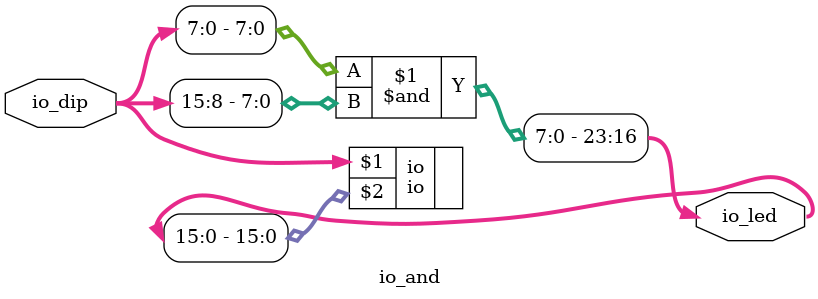
<source format=sv>
module io_and(input [15:0] io_dip, output [23:0] io_led);
    io io(io_dip[15:0], io_led[15:0]);

    assign io_led[23:16] = io_dip[7:0] & io_dip[15:8];
endmodule

</source>
